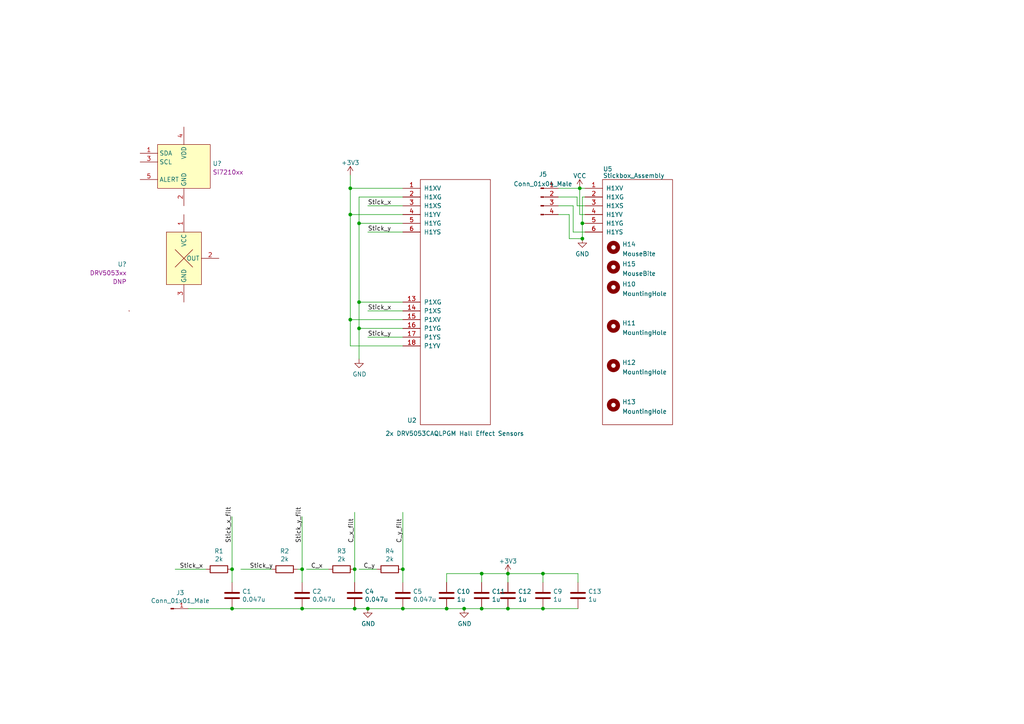
<source format=kicad_sch>
(kicad_sch (version 20211123) (generator eeschema)
  (paper "A4")
  (lib_symbols
    (symbol "Connector:Conn_01x01_Male" (pin_names (offset 1.016) hide)
      (property "Reference" "J" (at 0 2.54 0))
      (property "Value" "Conn_01x01_Male" (at 0 -2.54 0))
      (symbol "Conn_01x01_Male_1_1"
        (polyline (pts (xy 1.27 0) (xy 0.8636 0)) (stroke (width 0.1524)))
        (rectangle (start 0.8636 0.127) (end 0 -0.127) (stroke (width 0.1524)) (fill (type outline)))
        (pin passive line (at 5.08 0 180) (length 3.81) (name "Pin_1") (number "1"))
      )
    )
    (symbol "Connector:Conn_01x04_Male" (pin_names (offset 1.016) hide)
      (property "Reference" "J" (at 0 5.08 0))
      (property "Value" "Conn_01x04_Male" (at 0 -7.62 0))
      (symbol "Conn_01x04_Male_1_1"
        (polyline (pts (xy 1.27 -5.08) (xy 0.8636 -5.08)) (stroke (width 0.1524)))
        (polyline (pts (xy 1.27 -2.54) (xy 0.8636 -2.54)) (stroke (width 0.1524)))
        (polyline (pts (xy 1.27 0) (xy 0.8636 0)) (stroke (width 0.1524)))
        (polyline (pts (xy 1.27 2.54) (xy 0.8636 2.54)) (stroke (width 0.1524)))
        (rectangle (start 0.8636 -4.953) (end 0 -5.207) (stroke (width 0.1524)) (fill (type outline)))
        (rectangle (start 0.8636 -2.413) (end 0 -2.667) (stroke (width 0.1524)) (fill (type outline)))
        (rectangle (start 0.8636 0.127) (end 0 -0.127) (stroke (width 0.1524)) (fill (type outline)))
        (rectangle (start 0.8636 2.667) (end 0 2.413) (stroke (width 0.1524)) (fill (type outline)))
        (pin passive line (at 5.08 2.54 180) (length 3.81) (name "Pin_1") (number "1"))
        (pin passive line (at 5.08 0 180) (length 3.81) (name "Pin_2") (number "2"))
        (pin passive line (at 5.08 -2.54 180) (length 3.81) (name "Pin_3") (number "3"))
        (pin passive line (at 5.08 -5.08 180) (length 3.81) (name "Pin_4") (number "4"))
      )
    )
    (symbol "Device:C" (pin_numbers hide) (pin_names (offset 0.254))
      (property "Reference" "C" (at 0.635 2.54 0))
      (property "Value" "C" (at 0.635 -2.54 0))
      (symbol "C_0_1"
        (polyline (pts (xy -2.032 -0.762) (xy 2.032 -0.762)) (stroke (width 0.508)))
        (polyline (pts (xy -2.032 0.762) (xy 2.032 0.762)) (stroke (width 0.508)))
      )
      (symbol "C_1_1"
        (pin passive line (at 0 3.81 270) (length 2.794) (name "~") (number "1"))
        (pin passive line (at 0 -3.81 90) (length 2.794) (name "~") (number "2"))
      )
    )
    (symbol "Device:R" (pin_numbers hide) (pin_names (offset 0))
      (property "Reference" "R" (at 2.032 0 90))
      (property "Value" "R" (at 0 0 90))
      (symbol "R_0_1"
        (rectangle (start -1.016 -2.54) (end 1.016 2.54) (stroke (width 0.254)))
      )
      (symbol "R_1_1"
        (pin passive line (at 0 3.81 270) (length 1.27) (name "~") (number "1"))
        (pin passive line (at 0 -3.81 90) (length 1.27) (name "~") (number "2"))
      )
    )
    (symbol "GCC:+3.3V" (power) (pin_names (offset 0))
      (property "Value" "+3.3V" (at 0 3.556 0))
      (symbol "+3.3V_0_1"
        (polyline (pts (xy -0.762 1.27) (xy 0 2.54)))
        (polyline (pts (xy 0 0) (xy 0 2.54)))
        (polyline (pts (xy 0 2.54) (xy 0.762 1.27)))
      )
      (symbol "+3.3V_1_1"
        (pin power_in line (at 0 0 90) (length 0) hide (name "+3V3") (number "1"))
      )
    )
    (symbol "GCC:Gamecube-MB-rescue_Stickbox_Assembly-Gamecube_MB" (pin_names (offset 1.016))
      (property "Reference" "U" (at 12.7 -41.91 90))
      (property "Value" "Gamecube-MB-rescue_Stickbox_Assembly-Gamecube_MB" (at 8.89 -35.56 90))
      (symbol "Gamecube-MB-rescue_Stickbox_Assembly-Gamecube_MB_0_0"
        (pin unspecified line (at -5.08 -2.54 0) (length 5.08) (name "H1XV") (number "1"))
        (pin unspecified line (at -5.08 -35.56 0) (length 5.08) (name "P1XG") (number "13"))
        (pin unspecified line (at -5.08 -38.1 0) (length 5.08) (name "P1XS") (number "14"))
        (pin unspecified line (at -5.08 -40.64 0) (length 5.08) (name "P1XV") (number "15"))
        (pin unspecified line (at -5.08 -43.18 0) (length 5.08) (name "P1YG") (number "16"))
        (pin unspecified line (at -5.08 -45.72 0) (length 5.08) (name "P1YS") (number "17"))
        (pin unspecified line (at -5.08 -48.26 0) (length 5.08) (name "P1YV") (number "18"))
        (pin unspecified line (at -5.08 -5.08 0) (length 5.08) (name "H1XG") (number "2"))
        (pin unspecified line (at -5.08 -7.62 0) (length 5.08) (name "H1XS") (number "3"))
        (pin unspecified line (at -5.08 -10.16 0) (length 5.08) (name "H1YV") (number "4"))
        (pin unspecified line (at -5.08 -12.7 0) (length 5.08) (name "H1YG") (number "5"))
        (pin unspecified line (at -5.08 -15.24 0) (length 5.08) (name "H1YS") (number "6"))
      )
      (symbol "Gamecube-MB-rescue_Stickbox_Assembly-Gamecube_MB_0_1"
        (rectangle (start 0 0) (end 20.32 -71.12))
      )
    )
    (symbol "Gamecube MB:Stickbox_Assembly_Hall_Only" (pin_names (offset 1.016))
      (property "Reference" "U2" (at -3.81 -69.85 0))
      (property "Value" "Stickbox_Assembly_Hall_Only" (at -10.16 -73.66 0))
      (symbol "Stickbox_Assembly_Hall_Only_0_0"
        (pin unspecified line (at -5.08 -2.54 0) (length 5.08) (name "H1XV") (number "1"))
        (pin unspecified line (at -5.08 -5.08 0) (length 5.08) (name "H1XG") (number "2"))
        (pin unspecified line (at -5.08 -7.62 0) (length 5.08) (name "H1XS") (number "3"))
        (pin unspecified line (at -5.08 -10.16 0) (length 5.08) (name "H1YV") (number "4"))
        (pin unspecified line (at -5.08 -12.7 0) (length 5.08) (name "H1YG") (number "5"))
        (pin unspecified line (at -5.08 -15.24 0) (length 5.08) (name "H1YS") (number "6"))
      )
      (symbol "Stickbox_Assembly_Hall_Only_0_1"
        (rectangle (start 0 0) (end 20.32 -71.12))
      )
    )
    (symbol "Mechanical:MountingHole" (pin_names (offset 1.016))
      (property "Reference" "H" (at 0 5.08 0))
      (property "Value" "MountingHole" (at 0 3.175 0))
      (symbol "MountingHole_0_1"
        (circle (center 0 0) (radius 1.27) (stroke (width 1.27)))
      )
    )
    (symbol "master-vampire:U_DRV5053"
      (property "Reference" "U" (at 1.27 11.43 0))
      (property "MPN" "DRV5053xx" (at 6.35 8.89 0))
      (property "MV PN" "DNP" (at -17.145 8.89 0))
      (symbol "U_DRV5053_0_1"
        (rectangle (start -15.875 -15.24) (end -15.875 -15.24) (stroke (width 0.1524)))
        (rectangle (start -15.875 -15.24) (end -15.875 -15.24) (stroke (width 0.1524)))
        (rectangle (start -15.875 -15.24) (end -15.875 -15.24) (stroke (width 0.1524)))
        (rectangle (start -15.875 -15.24) (end -15.875 -15.24) (stroke (width 0.1524)))
        (rectangle (start -15.875 -15.24) (end -15.875 -15.24) (stroke (width 0.1524)))
        (rectangle (start -15.875 -15.24) (end -15.875 -15.24) (stroke (width 0.1524)))
        (rectangle (start -15.875 -15.24) (end -15.875 -15.24) (stroke (width 0.1524)))
        (rectangle (start -15.875 -15.24) (end -15.875 -15.24) (stroke (width 0.1524)))
        (rectangle (start -15.875 -15.24) (end -15.875 -15.24) (stroke (width 0.1524)))
        (rectangle (start -15.875 -15.24) (end -15.875 -15.24) (stroke (width 0.1524)))
        (rectangle (start -5.08 7.62) (end 5.08 -7.62) (stroke (width 0.1524)) (fill (type background)))
        (polyline (pts (xy -2.54 2.54) (xy 2.54 -2.54)) (stroke (width 0.1524)))
        (polyline (pts (xy 2.54 2.54) (xy -2.54 -2.54)) (stroke (width 0.1524)))
      )
      (symbol "U_DRV5053_1_1"
        (pin power_in line (at 0 12.7 270) (length 5.08) (name "VCC") (number "1"))
        (pin output line (at 10.16 0 180) (length 5.08) (name "OUT") (number "2"))
        (pin power_in line (at 0 -12.7 90) (length 5.08) (name "GND") (number "3"))
      )
    )
    (symbol "master-vampire:U_Si7210"
      (property "Reference" "U" (at 1.27 8.89 0))
      (property "MPN" "Si7210xx" (at 5.08 6.35 0))
      (symbol "U_Si7210_0_1"
        (rectangle (start -7.62 5.08) (end 7.62 -7.62) (stroke (width 0.1524)) (fill (type background)))
      )
      (symbol "U_Si7210_1_1"
        (pin bidirectional line (at -12.7 2.54 0) (length 5.08) (name "SDA") (number "1"))
        (pin power_in line (at 0 -12.7 90) (length 5.08) (name "GND") (number "2"))
        (pin bidirectional line (at -12.7 0 0) (length 5.08) (name "SCL") (number "3"))
        (pin power_in line (at 0 10.16 270) (length 5.08) (name "VDD") (number "4"))
        (pin output line (at -12.7 -5.08 0) (length 5.08) (name "ALERT") (number "5"))
      )
    )
    (symbol "power:GND" (power) (pin_names (offset 0))
      (property "Value" "GND" (at 0 -3.81 0))
      (symbol "GND_0_1"
        (polyline (pts (xy 0 0) (xy 0 -1.27) (xy 1.27 -1.27) (xy 0 -2.54) (xy -1.27 -1.27) (xy 0 -1.27)))
      )
      (symbol "GND_1_1"
        (pin power_in line (at 0 0 270) (length 0) hide (name "GND") (number "1"))
      )
    )
    (symbol "power:VCC" (power) (pin_names (offset 0))
      (property "Value" "VCC" (at 0 3.81 0))
      (symbol "VCC_0_1"
        (polyline (pts (xy -0.762 1.27) (xy 0 2.54)))
        (polyline (pts (xy 0 0) (xy 0 2.54)))
        (polyline (pts (xy 0 2.54) (xy 0.762 1.27)))
      )
      (symbol "VCC_1_1"
        (pin power_in line (at 0 0 90) (length 0) hide (name "VCC") (number "1"))
      )
    )
  )
  (junction (at 168.91 64.77))
  (junction (at 147.32 166.37))
  (junction (at 139.7 176.53))
  (junction (at 87.63 165.1))
  (junction (at 67.31 165.1))
  (junction (at 116.84 165.1))
  (junction (at 104.14 87.63))
  (junction (at 102.87 176.53))
  (junction (at 134.62 176.53))
  (junction (at 129.54 176.53))
  (junction (at 157.48 166.37))
  (junction (at 101.6 92.71))
  (junction (at 67.31 176.53))
  (junction (at 116.84 176.53))
  (junction (at 87.63 176.53))
  (junction (at 101.6 62.23))
  (junction (at 157.48 176.53))
  (junction (at 147.32 176.53))
  (junction (at 139.7 166.37))
  (junction (at 168.148 54.61))
  (junction (at 104.14 95.25))
  (junction (at 102.87 165.1))
  (junction (at 168.91 69.215))
  (junction (at 106.68 176.53))
  (junction (at 101.6 54.61))
  (junction (at 104.14 64.77))
  (wire (pts (xy 104.14 95.25) (xy 104.14 87.63)))
  (wire (pts (xy 101.6 50.8) (xy 101.6 54.61)))
  (wire (pts (xy 87.63 165.1) (xy 87.63 168.91)))
  (wire (pts (xy 104.14 165.1) (xy 109.22 165.1)))
  (wire (pts (xy 139.7 166.37) (xy 139.7 168.91)))
  (wire (pts (xy 67.31 176.53) (xy 87.63 176.53)))
  (wire (pts (xy 165.1 62.23) (xy 165.1 69.215)))
  (wire (pts (xy 167.386 59.69) (xy 169.672 59.69)))
  (wire (pts (xy 102.87 165.1) (xy 102.87 168.91)))
  (wire (pts (xy 106.68 67.31) (xy 116.84 67.31)))
  (wire (pts (xy 87.63 165.1) (xy 86.36 165.1)))
  (wire (pts (xy 116.84 62.23) (xy 101.6 62.23)))
  (wire (pts (xy 106.68 97.79) (xy 116.84 97.79)))
  (wire (pts (xy 104.14 64.77) (xy 116.84 64.77)))
  (wire (pts (xy 54.61 176.53) (xy 67.31 176.53)))
  (wire (pts (xy 166.243 67.31) (xy 166.243 59.69)))
  (wire (pts (xy 134.62 176.53) (xy 139.7 176.53)))
  (wire (pts (xy 116.84 54.61) (xy 101.6 54.61)))
  (wire (pts (xy 167.386 57.15) (xy 167.386 59.69)))
  (wire (pts (xy 87.63 176.53) (xy 102.87 176.53)))
  (wire (pts (xy 104.14 95.25) (xy 104.14 104.14)))
  (wire (pts (xy 165.1 69.215) (xy 168.91 69.215)))
  (wire (pts (xy 168.148 54.61) (xy 169.672 54.61)))
  (wire (pts (xy 161.925 57.15) (xy 167.386 57.15)))
  (wire (pts (xy 168.91 57.15) (xy 168.91 64.77)))
  (wire (pts (xy 147.32 176.53) (xy 157.48 176.53)))
  (wire (pts (xy 106.68 90.17) (xy 116.84 90.17)))
  (wire (pts (xy 104.14 64.77) (xy 104.14 87.63)))
  (wire (pts (xy 169.672 67.31) (xy 166.243 67.31)))
  (wire (pts (xy 104.14 57.15) (xy 116.84 57.15)))
  (wire (pts (xy 101.6 54.61) (xy 101.6 62.23)))
  (wire (pts (xy 166.243 59.69) (xy 161.925 59.69)))
  (wire (pts (xy 101.6 100.33) (xy 116.84 100.33)))
  (wire (pts (xy 67.31 149.86) (xy 67.31 165.1)))
  (wire (pts (xy 67.31 168.91) (xy 67.31 165.1)))
  (wire (pts (xy 104.14 87.63) (xy 116.84 87.63)))
  (wire (pts (xy 161.925 62.23) (xy 165.1 62.23)))
  (wire (pts (xy 116.84 148.59) (xy 116.84 165.1)))
  (wire (pts (xy 106.68 176.53) (xy 102.87 176.53)))
  (wire (pts (xy 129.54 168.91) (xy 129.54 166.37)))
  (wire (pts (xy 169.672 57.15) (xy 168.91 57.15)))
  (wire (pts (xy 169.672 62.23) (xy 168.148 62.23)))
  (wire (pts (xy 87.63 149.86) (xy 87.63 165.1)))
  (wire (pts (xy 129.54 176.53) (xy 134.62 176.53)))
  (wire (pts (xy 147.32 176.53) (xy 139.7 176.53)))
  (wire (pts (xy 50.8 165.1) (xy 59.69 165.1)))
  (wire (pts (xy 101.6 100.33) (xy 101.6 92.71)))
  (wire (pts (xy 116.84 59.69) (xy 106.68 59.69)))
  (wire (pts (xy 116.84 176.53) (xy 129.54 176.53)))
  (wire (pts (xy 88.9 165.1) (xy 95.25 165.1)))
  (wire (pts (xy 129.54 166.37) (xy 139.7 166.37)))
  (wire (pts (xy 157.48 166.37) (xy 147.32 166.37)))
  (wire (pts (xy 78.74 165.1) (xy 69.85 165.1)))
  (wire (pts (xy 101.6 92.71) (xy 116.84 92.71)))
  (wire (pts (xy 106.68 176.53) (xy 116.84 176.53)))
  (wire (pts (xy 157.48 168.91) (xy 157.48 166.37)))
  (wire (pts (xy 139.7 166.37) (xy 147.32 166.37)))
  (wire (pts (xy 147.32 166.37) (xy 147.32 168.91)))
  (wire (pts (xy 167.64 166.37) (xy 157.48 166.37)))
  (wire (pts (xy 157.48 176.53) (xy 167.64 176.53)))
  (wire (pts (xy 116.84 165.1) (xy 116.84 168.91)))
  (wire (pts (xy 167.64 168.91) (xy 167.64 166.37)))
  (wire (pts (xy 168.91 64.77) (xy 169.672 64.77)))
  (wire (pts (xy 168.91 64.77) (xy 168.91 69.215)))
  (wire (pts (xy 101.6 62.23) (xy 101.6 92.71)))
  (wire (pts (xy 104.14 64.77) (xy 104.14 57.15)))
  (wire (pts (xy 104.14 95.25) (xy 116.84 95.25)))
  (wire (pts (xy 161.925 54.61) (xy 168.148 54.61)))
  (wire (pts (xy 102.87 148.59) (xy 102.87 165.1)))
  (wire (pts (xy 168.148 62.23) (xy 168.148 54.61)))
  (label "C_y" (at 105.41 165.1 0))
  (label "Stick_y" (at 72.39 165.1 0))
  (label "Stick_x" (at 106.68 59.69 0))
  (label "C_x_filt" (at 102.87 157.48 90))
  (label "Stick_y" (at 106.68 97.79 0))
  (label "Stick_y" (at 106.68 67.31 0))
  (label "C_y_filt" (at 116.84 157.48 90))
  (label "Stick_y_filt" (at 87.63 157.48 90))
  (label "Stick_x_filt" (at 67.31 157.48 90))
  (label "Stick_x" (at 106.68 90.17 0))
  (label "C_x" (at 90.17 165.1 0))
  (label "Stick_x" (at 52.07 165.1 0))
  (symbol (lib_id "Mechanical:MountingHole") (at 177.927 83.312 0) (unit 1)
    (property "Reference" "H10" (at 180.467 82.4035 0) (effects (justify left)))
    (property "Value" "MountingHole" (at 180.467 85.1786 0) (effects (justify left)))
    (property "Footprint" "PhobGCC_Footprints:MountingHole_1.8mm" (effects hide))
  )
  (symbol (lib_id "Connector:Conn_01x04_Male") (at 156.845 57.15 0) (unit 1)
    (property "Reference" "J5" (at 157.48 50.5673 0))
    (property "Value" "Conn_01x04_Male" (at 157.48 53.3424 0))
    (property "Footprint" "PhobGCC_Footprints:PinHeader_1x04_P2.00mm_Vertical" (effects hide))
  )
  (symbol (lib_id "power:VCC") (at 168.148 54.61 0) (unit 1)
    (property "Reference" "#PWR?" (effects hide))
    (property "Value" "VCC" (at 168.148 51.0055 0))
  )
  (symbol (lib_id "Device:R") (at 113.03 165.1 270) (unit 1)
    (property "Reference" "R4" (at 113.03 159.8422 90))
    (property "Value" "2k" (at 113.03 162.1536 90))
    (property "Footprint" "PhobGCC_Footprints:R_0603_1608Metric_Pad0.98x0.95mm_HandSolder" (effects hide))
    (property "LCSC" "C22975" (effects hide))
  )
  (symbol (lib_id "Device:C") (at 147.32 172.72 0) (unit 1)
    (property "Reference" "C12" (at 150.241 171.5516 0) (effects (justify left)))
    (property "Value" "1u" (at 150.241 173.863 0) (effects (justify left)))
    (property "Footprint" "PhobGCC_Footprints:C_0603_1608Metric_Pad1.08x0.95mm_HandSolder" (effects hide))
    (property "LCSC" "C15849" (effects hide))
  )
  (symbol (lib_id "Connector:Conn_01x01_Male") (at 49.53 176.53 0) (unit 1)
    (property "Reference" "J3" (at 52.2732 171.9326 0))
    (property "Value" "Conn_01x01_Male" (at 52.2732 174.244 0))
    (property "Footprint" "PhobGCC_Footprints:PinHeader_1x01_P2.54mm_Vertical" (effects hide))
  )
  (symbol (lib_id "Device:C") (at 157.48 172.72 0) (unit 1)
    (property "Reference" "C9" (at 160.401 171.5516 0) (effects (justify left)))
    (property "Value" "1u" (at 160.401 173.863 0) (effects (justify left)))
    (property "Footprint" "PhobGCC_Footprints:C_0603_1608Metric_Pad1.08x0.95mm_HandSolder" (effects hide))
    (property "LCSC" "C15849" (effects hide))
  )
  (symbol (lib_id "power:GND") (at 104.14 104.14 0) (unit 1)
    (property "Reference" "#PWR?" (effects hide))
    (property "Value" "GND" (at 104.267 108.5342 0))
  )
  (symbol (lib_id "Device:C") (at 87.63 172.72 0) (unit 1)
    (property "Reference" "C2" (at 90.551 171.5516 0) (effects (justify left)))
    (property "Value" "0.047u" (at 90.551 173.863 0) (effects (justify left)))
    (property "Footprint" "PhobGCC_Footprints:C_0603_HandSoldering" (effects hide))
    (property "LCSC" "C1622" (effects hide))
  )
  (symbol (lib_id "Device:C") (at 116.84 172.72 0) (unit 1)
    (property "Reference" "C5" (at 119.761 171.5516 0) (effects (justify left)))
    (property "Value" "0.047u" (at 119.761 173.863 0) (effects (justify left)))
    (property "Footprint" "PhobGCC_Footprints:C_0603_HandSoldering" (effects hide))
    (property "LCSC" "C1622" (effects hide))
  )
  (symbol (lib_id "Device:R") (at 99.06 165.1 270) (unit 1)
    (property "Reference" "R3" (at 99.06 159.8422 90))
    (property "Value" "2k" (at 99.06 162.1536 90))
    (property "Footprint" "PhobGCC_Footprints:R_0603_1608Metric_Pad0.98x0.95mm_HandSolder" (effects hide))
    (property "LCSC" "C22975" (effects hide))
  )
  (symbol (lib_id "Device:C") (at 139.7 172.72 0) (unit 1)
    (property "Reference" "C11" (at 142.621 171.5516 0) (effects (justify left)))
    (property "Value" "1u" (at 142.621 173.863 0) (effects (justify left)))
    (property "Footprint" "PhobGCC_Footprints:C_0603_1608Metric_Pad1.08x0.95mm_HandSolder" (effects hide))
    (property "LCSC" "C15849" (effects hide))
  )
  (symbol (lib_id "Mechanical:MountingHole") (at 177.927 77.47 0) (unit 1)
    (property "Reference" "H15" (at 180.467 76.5615 0) (effects (justify left)))
    (property "Value" "MouseBite" (at 180.467 79.3366 0) (effects (justify left)))
    (property "Footprint" "PhobGCC_Footprints:breakaway-mousebites-double" (effects hide))
  )
  (symbol (lib_id "Mechanical:MountingHole") (at 177.927 71.755 0) (unit 1)
    (property "Reference" "H14" (at 180.467 70.8465 0) (effects (justify left)))
    (property "Value" "MouseBite" (at 180.467 73.6216 0) (effects (justify left)))
    (property "Footprint" "PhobGCC_Footprints:breakaway-mousebites-double" (effects hide))
  )
  (symbol (lib_id "GCC:+3.3V") (at 101.6 50.8 0) (unit 1)
    (property "Reference" "#PWR?" (effects hide))
    (property "Value" "+3.3V" (at 101.6 47.1955 0))
  )
  (symbol (lib_id "Gamecube MB:Stickbox_Assembly_Hall_Only") (at 174.752 52.07 0) (unit 1)
    (property "Reference" "U5" (at 174.879 49.022 0) (effects (justify left)))
    (property "Value" "Stickbox_Assembly" (at 174.879 50.927 0) (effects (justify left)))
    (property "Footprint" "PhobGCC_Footprints:GCC_Stickbox_Hall_Only" (effects hide))
  )
  (symbol (lib_id "power:GND") (at 134.62 176.53 0) (unit 1)
    (property "Reference" "#PWR?" (effects hide))
    (property "Value" "GND" (at 134.747 180.9242 0))
  )
  (symbol (lib_id "Mechanical:MountingHole") (at 177.927 117.475 0) (unit 1)
    (property "Reference" "H13" (at 180.467 116.5665 0) (effects (justify left)))
    (property "Value" "MountingHole" (at 180.467 119.3416 0) (effects (justify left)))
    (property "Footprint" "PhobGCC_Footprints:MountingHole_2.0mm" (effects hide))
  )
  (symbol (lib_id "Device:C") (at 67.31 172.72 0) (unit 1)
    (property "Reference" "C1" (at 70.231 171.5516 0) (effects (justify left)))
    (property "Value" "0.047u" (at 70.231 173.863 0) (effects (justify left)))
    (property "Footprint" "PhobGCC_Footprints:C_0603_HandSoldering" (effects hide))
    (property "LCSC" "C1622" (effects hide))
  )
  (symbol (lib_id "Device:C") (at 129.54 172.72 0) (unit 1)
    (property "Reference" "C10" (at 132.461 171.5516 0) (effects (justify left)))
    (property "Value" "1u" (at 132.461 173.863 0) (effects (justify left)))
    (property "Footprint" "PhobGCC_Footprints:C_0603_1608Metric_Pad1.08x0.95mm_HandSolder" (effects hide))
    (property "LCSC" "C15849" (effects hide))
  )
  (symbol (lib_id "Device:C") (at 167.64 172.72 0) (unit 1)
    (property "Reference" "C13" (at 170.561 171.5516 0) (effects (justify left)))
    (property "Value" "1u" (at 170.561 173.863 0) (effects (justify left)))
    (property "Footprint" "PhobGCC_Footprints:C_0603_1608Metric_Pad1.08x0.95mm_HandSolder" (effects hide))
    (property "LCSC" "C15849" (effects hide))
  )
  (symbol (lib_id "master-vampire:U_Si7210") (at 53.34 46.99 0) (unit 1)
    (property "Reference" "U?" (at 61.6712 47.4253 0) (effects (justify left)))
    (property "Value" "U_Si7210" (effects hide))
    (property "Manufacturer" "Silicon Labs" (effects hide))
    (property "MPN" "Si7210xx" (at 61.6712 49.9622 0) (effects (justify left)))
    (property "Supplier" "DNP" (effects hide))
    (property "Supplier PN" "DNP" (effects hide))
    (property "Package" "DNP" (effects hide))
    (property "MV PN" "DNP" (effects hide))
  )
  (symbol (lib_id "master-vampire:U_DRV5053") (at 53.34 74.93 0) (unit 1)
    (property "Reference" "U?" (at 36.7539 76.6369 0) (effects (justify right)))
    (property "Value" "U_DRV5053" (effects hide))
    (property "Manufacturer" "Texas Instruments" (effects hide))
    (property "MPN" "DRV5053xx" (at 36.7539 79.1738 0) (effects (justify right)))
    (property "Supplier" "DNP" (effects hide))
    (property "Supplier PN" "DNP" (effects hide))
    (property "MV PN" "DNP" (at 36.7539 81.7107 0) (effects (justify right)))
    (property "Package" "DNP" (effects hide))
  )
  (symbol (lib_id "Device:C") (at 102.87 172.72 0) (unit 1)
    (property "Reference" "C4" (at 105.791 171.5516 0) (effects (justify left)))
    (property "Value" "0.047u" (at 105.791 173.863 0) (effects (justify left)))
    (property "Footprint" "PhobGCC_Footprints:C_0603_HandSoldering" (effects hide))
    (property "LCSC" "C1622" (effects hide))
  )
  (symbol (lib_id "power:GND") (at 106.68 176.53 0) (unit 1)
    (property "Reference" "#PWR?" (effects hide))
    (property "Value" "GND" (at 106.807 180.9242 0))
  )
  (symbol (lib_id "Mechanical:MountingHole") (at 177.927 94.615 0) (unit 1)
    (property "Reference" "H11" (at 180.467 93.7065 0) (effects (justify left)))
    (property "Value" "MountingHole" (at 180.467 96.4816 0) (effects (justify left)))
    (property "Footprint" "PhobGCC_Footprints:MountingHole_5.2mm" (effects hide))
  )
  (symbol (lib_id "GCC:+3.3V") (at 147.32 166.37 0) (unit 1)
    (property "Reference" "#PWR?" (effects hide))
    (property "Value" "+3.3V" (at 147.32 162.7655 0))
  )
  (symbol (lib_id "Device:R") (at 82.55 165.1 270) (unit 1)
    (property "Reference" "R2" (at 82.55 159.8422 90))
    (property "Value" "2k" (at 82.55 162.1536 90))
    (property "Footprint" "PhobGCC_Footprints:R_0603_1608Metric_Pad0.98x0.95mm_HandSolder" (effects hide))
    (property "LCSC" "C22975" (effects hide))
  )
  (symbol (lib_id "Mechanical:MountingHole") (at 177.927 106.045 0) (unit 1)
    (property "Reference" "H12" (at 180.467 105.1365 0) (effects (justify left)))
    (property "Value" "MountingHole" (at 180.467 107.9116 0) (effects (justify left)))
    (property "Footprint" "PhobGCC_Footprints:MountingHole_2.0mm" (effects hide))
  )
  (symbol (lib_id "Device:R") (at 63.5 165.1 270) (unit 1)
    (property "Reference" "R1" (at 63.5 159.8422 90))
    (property "Value" "2k" (at 63.5 162.1536 90))
    (property "Footprint" "PhobGCC_Footprints:R_0603_1608Metric_Pad0.98x0.95mm_HandSolder" (effects hide))
    (property "LCSC" "C22975" (effects hide))
    (property "Manufacturer PN" "0603WAF1002T5ECopy" (effects hide))
  )
  (symbol (lib_id "power:GND") (at 168.91 69.215 0) (unit 1)
    (property "Reference" "#PWR?" (effects hide))
    (property "Value" "GND" (at 168.91 73.6584 0))
  )
  (symbol (lib_id "GCC:Gamecube-MB-rescue_Stickbox_Assembly-Gamecube_MB") (at 121.92 52.07 0) (unit 1)
    (property "Reference" "U2" (at 118.11 121.92 0) (effects (justify left)))
    (property "Value" "2x DRV5053CAQLPGM Hall Effect Sensors" (at 111.76 125.73 0) (effects (justify left)))
    (property "Footprint" "PhobGCC_Footprints:GCC_Stickbox_2" (effects hide))
  )
)
</source>
